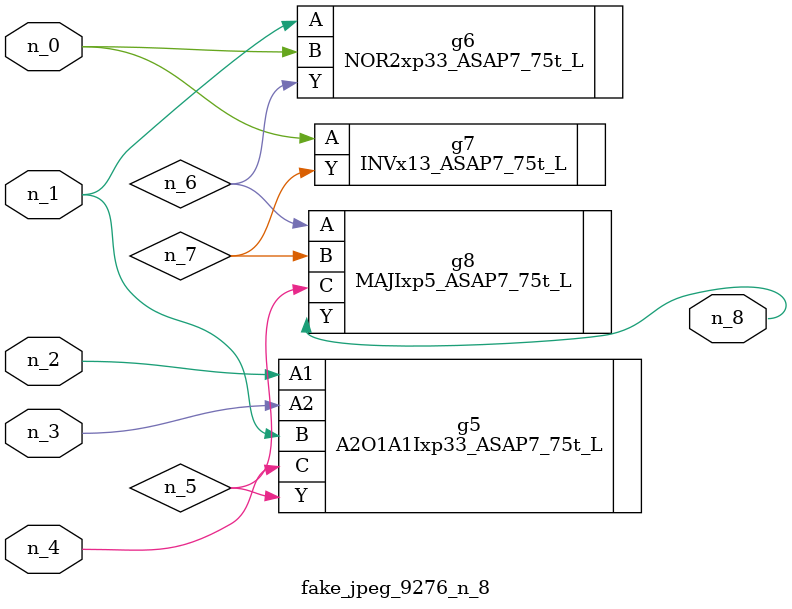
<source format=v>
module fake_jpeg_9276_n_8 (n_3, n_2, n_1, n_0, n_4, n_8);

input n_3;
input n_2;
input n_1;
input n_0;
input n_4;

output n_8;

wire n_6;
wire n_5;
wire n_7;

A2O1A1Ixp33_ASAP7_75t_L g5 ( 
.A1(n_2),
.A2(n_3),
.B(n_1),
.C(n_4),
.Y(n_5)
);

NOR2xp33_ASAP7_75t_L g6 ( 
.A(n_1),
.B(n_0),
.Y(n_6)
);

INVx13_ASAP7_75t_L g7 ( 
.A(n_0),
.Y(n_7)
);

MAJIxp5_ASAP7_75t_L g8 ( 
.A(n_6),
.B(n_7),
.C(n_5),
.Y(n_8)
);


endmodule
</source>
